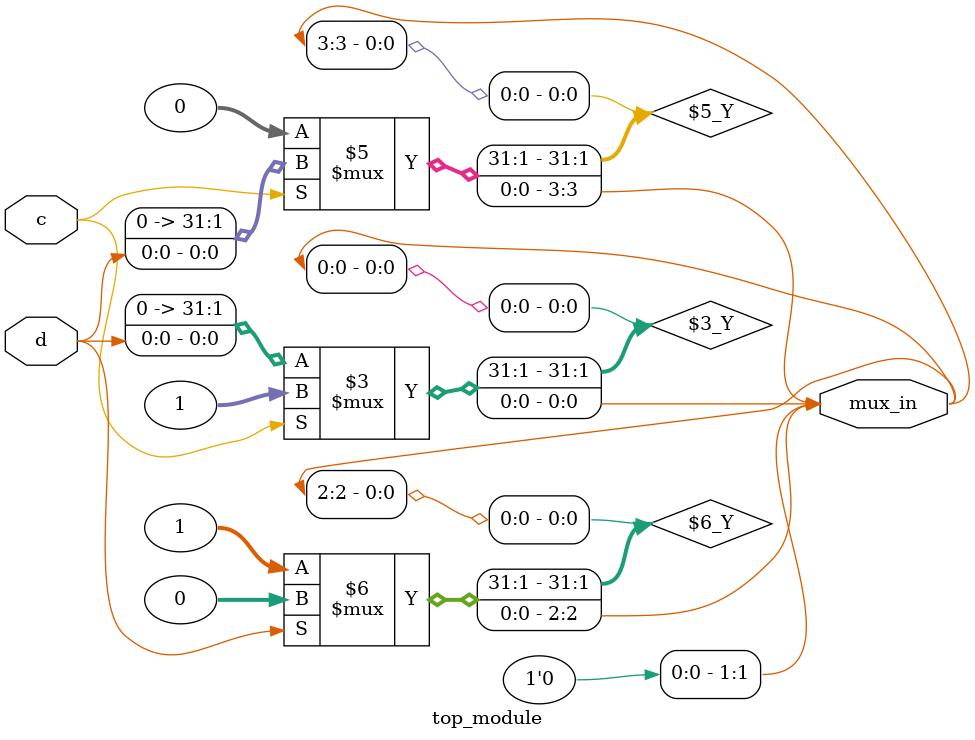
<source format=sv>
module top_module (
    input c,
    input d,
    output [3:0] mux_in
); 
    
    assign mux_in[0]= ~c ? d:1;
    assign mux_in[1]= 0;
    assign mux_in[3]= c ? d:0;
    assign mux_in[2]= d ? 0:1;
endmodule

</source>
